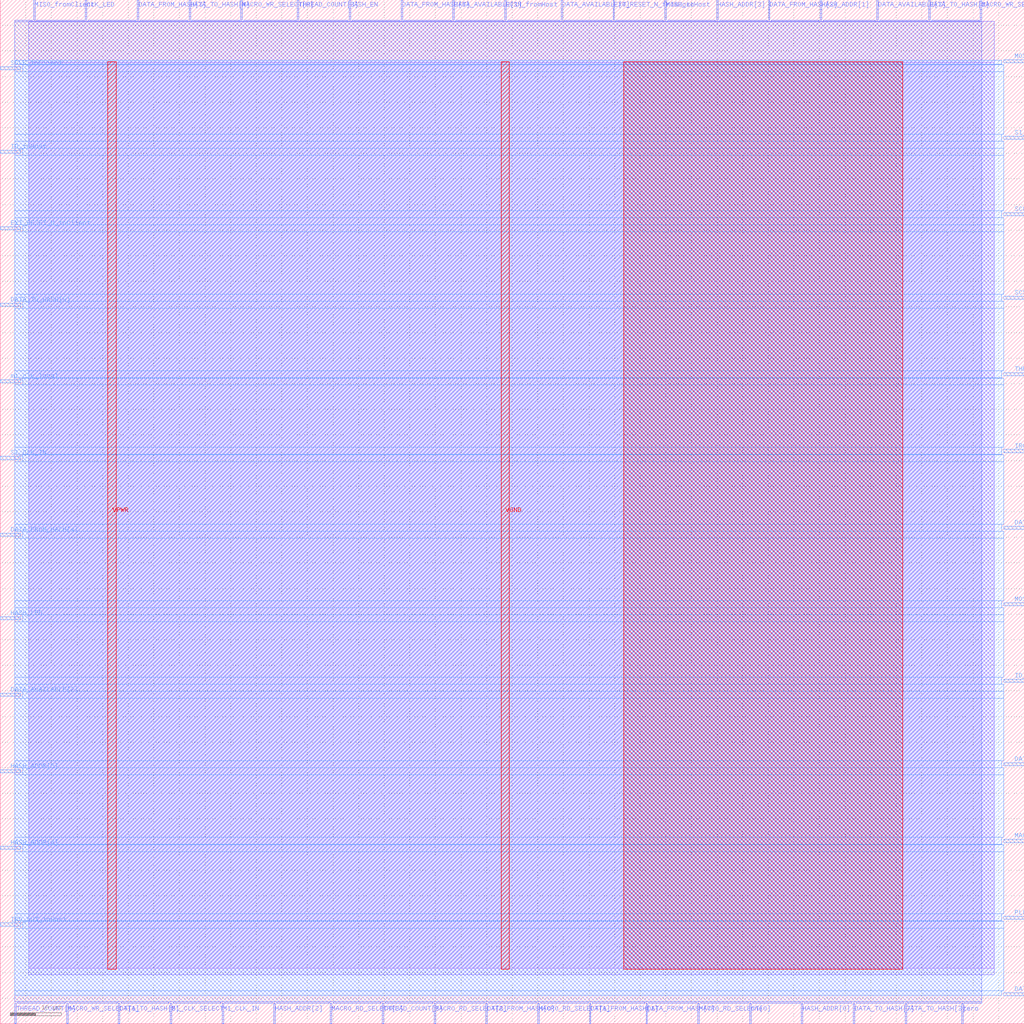
<source format=lef>
VERSION 5.7 ;
  NOWIREEXTENSIONATPIN ON ;
  DIVIDERCHAR "/" ;
  BUSBITCHARS "[]" ;
MACRO decred_controller
  CLASS BLOCK ;
  FOREIGN decred_controller ;
  ORIGIN 0.000 0.000 ;
  SIZE 200.000 BY 200.000 ;
  PIN CLK_LED
    DIRECTION OUTPUT TRISTATE ;
    PORT
      LAYER met2 ;
        RECT 16.650 196.000 16.930 200.000 ;
    END
  END CLK_LED
  PIN DATA_AVAILABLE[0]
    DIRECTION INPUT ;
    PORT
      LAYER met2 ;
        RECT 109.570 196.000 109.850 200.000 ;
    END
  END DATA_AVAILABLE[0]
  PIN DATA_AVAILABLE[1]
    DIRECTION INPUT ;
    PORT
      LAYER met2 ;
        RECT 88.410 196.000 88.690 200.000 ;
    END
  END DATA_AVAILABLE[1]
  PIN DATA_AVAILABLE[2]
    DIRECTION INPUT ;
    PORT
      LAYER met3 ;
        RECT 0.000 63.960 4.000 64.560 ;
    END
  END DATA_AVAILABLE[2]
  PIN DATA_AVAILABLE[3]
    DIRECTION INPUT ;
    PORT
      LAYER met2 ;
        RECT 171.210 196.000 171.490 200.000 ;
    END
  END DATA_AVAILABLE[3]
  PIN DATA_FROM_HASH[0]
    DIRECTION INPUT ;
    PORT
      LAYER met2 ;
        RECT 94.850 0.000 95.130 4.000 ;
    END
  END DATA_FROM_HASH[0]
  PIN DATA_FROM_HASH[1]
    DIRECTION INPUT ;
    PORT
      LAYER met2 ;
        RECT 115.090 0.000 115.370 4.000 ;
    END
  END DATA_FROM_HASH[1]
  PIN DATA_FROM_HASH[2]
    DIRECTION INPUT ;
    PORT
      LAYER met2 ;
        RECT 150.050 196.000 150.330 200.000 ;
    END
  END DATA_FROM_HASH[2]
  PIN DATA_FROM_HASH[3]
    DIRECTION INPUT ;
    PORT
      LAYER met2 ;
        RECT 26.770 196.000 27.050 200.000 ;
    END
  END DATA_FROM_HASH[3]
  PIN DATA_FROM_HASH[4]
    DIRECTION INPUT ;
    PORT
      LAYER met3 ;
        RECT 0.000 95.240 4.000 95.840 ;
    END
  END DATA_FROM_HASH[4]
  PIN DATA_FROM_HASH[5]
    DIRECTION INPUT ;
    PORT
      LAYER met3 ;
        RECT 196.000 50.360 200.000 50.960 ;
    END
  END DATA_FROM_HASH[5]
  PIN DATA_FROM_HASH[6]
    DIRECTION INPUT ;
    PORT
      LAYER met2 ;
        RECT 78.290 196.000 78.570 200.000 ;
    END
  END DATA_FROM_HASH[6]
  PIN DATA_FROM_HASH[7]
    DIRECTION INPUT ;
    PORT
      LAYER met2 ;
        RECT 126.130 0.000 126.410 4.000 ;
    END
  END DATA_FROM_HASH[7]
  PIN DATA_TO_HASH[0]
    DIRECTION OUTPUT TRISTATE ;
    PORT
      LAYER met3 ;
        RECT 0.000 140.120 4.000 140.720 ;
    END
  END DATA_TO_HASH[0]
  PIN DATA_TO_HASH[1]
    DIRECTION OUTPUT TRISTATE ;
    PORT
      LAYER met2 ;
        RECT 181.330 196.000 181.610 200.000 ;
    END
  END DATA_TO_HASH[1]
  PIN DATA_TO_HASH[2]
    DIRECTION OUTPUT TRISTATE ;
    PORT
      LAYER met2 ;
        RECT 23.090 0.000 23.370 4.000 ;
    END
  END DATA_TO_HASH[2]
  PIN DATA_TO_HASH[3]
    DIRECTION OUTPUT TRISTATE ;
    PORT
      LAYER met2 ;
        RECT 176.730 0.000 177.010 4.000 ;
    END
  END DATA_TO_HASH[3]
  PIN DATA_TO_HASH[4]
    DIRECTION OUTPUT TRISTATE ;
    PORT
      LAYER met2 ;
        RECT 36.890 196.000 37.170 200.000 ;
    END
  END DATA_TO_HASH[4]
  PIN DATA_TO_HASH[5]
    DIRECTION OUTPUT TRISTATE ;
    PORT
      LAYER met3 ;
        RECT 196.000 5.480 200.000 6.080 ;
    END
  END DATA_TO_HASH[5]
  PIN DATA_TO_HASH[6]
    DIRECTION OUTPUT TRISTATE ;
    PORT
      LAYER met3 ;
        RECT 196.000 96.600 200.000 97.200 ;
    END
  END DATA_TO_HASH[6]
  PIN DATA_TO_HASH[7]
    DIRECTION OUTPUT TRISTATE ;
    PORT
      LAYER met2 ;
        RECT 166.610 0.000 166.890 4.000 ;
    END
  END DATA_TO_HASH[7]
  PIN EXT_RESET_N_fromHost
    DIRECTION INPUT ;
    PORT
      LAYER met2 ;
        RECT 119.690 196.000 119.970 200.000 ;
    END
  END EXT_RESET_N_fromHost
  PIN EXT_RESET_N_toClient
    DIRECTION OUTPUT TRISTATE ;
    PORT
      LAYER met3 ;
        RECT 0.000 155.080 4.000 155.680 ;
    END
  END EXT_RESET_N_toClient
  PIN HASH_ADDR[0]
    DIRECTION OUTPUT TRISTATE ;
    PORT
      LAYER met2 ;
        RECT 156.490 0.000 156.770 4.000 ;
    END
  END HASH_ADDR[0]
  PIN HASH_ADDR[1]
    DIRECTION OUTPUT TRISTATE ;
    PORT
      LAYER met2 ;
        RECT 160.170 196.000 160.450 200.000 ;
    END
  END HASH_ADDR[1]
  PIN HASH_ADDR[2]
    DIRECTION OUTPUT TRISTATE ;
    PORT
      LAYER met2 ;
        RECT 53.450 0.000 53.730 4.000 ;
    END
  END HASH_ADDR[2]
  PIN HASH_ADDR[3]
    DIRECTION OUTPUT TRISTATE ;
    PORT
      LAYER met2 ;
        RECT 139.930 196.000 140.210 200.000 ;
    END
  END HASH_ADDR[3]
  PIN HASH_ADDR[4]
    DIRECTION OUTPUT TRISTATE ;
    PORT
      LAYER met3 ;
        RECT 0.000 34.040 4.000 34.640 ;
    END
  END HASH_ADDR[4]
  PIN HASH_ADDR[5]
    DIRECTION OUTPUT TRISTATE ;
    PORT
      LAYER met3 ;
        RECT 0.000 49.000 4.000 49.600 ;
    END
  END HASH_ADDR[5]
  PIN HASH_EN
    DIRECTION OUTPUT TRISTATE ;
    PORT
      LAYER met2 ;
        RECT 68.170 196.000 68.450 200.000 ;
    END
  END HASH_EN
  PIN HASH_LED
    DIRECTION OUTPUT TRISTATE ;
    PORT
      LAYER met3 ;
        RECT 0.000 78.920 4.000 79.520 ;
    END
  END HASH_LED
  PIN ID_fromClient
    DIRECTION INPUT ;
    PORT
      LAYER met3 ;
        RECT 196.000 66.680 200.000 67.280 ;
    END
  END ID_fromClient
  PIN ID_toHost
    DIRECTION OUTPUT TRISTATE ;
    PORT
      LAYER met3 ;
        RECT 0.000 170.040 4.000 170.640 ;
    END
  END ID_toHost
  PIN IRQ_OUT_fromClient
    DIRECTION INPUT ;
    PORT
      LAYER met3 ;
        RECT 196.000 111.560 200.000 112.160 ;
    END
  END IRQ_OUT_fromClient
  PIN IRQ_OUT_toHost
    DIRECTION OUTPUT TRISTATE ;
    PORT
      LAYER met3 ;
        RECT 0.000 19.080 4.000 19.680 ;
    END
  END IRQ_OUT_toHost
  PIN M1_CLK_IN
    DIRECTION INPUT ;
    PORT
      LAYER met2 ;
        RECT 43.330 0.000 43.610 4.000 ;
    END
  END M1_CLK_IN
  PIN M1_CLK_SELECT
    DIRECTION INPUT ;
    PORT
      LAYER met2 ;
        RECT 33.210 0.000 33.490 4.000 ;
    END
  END M1_CLK_SELECT
  PIN MACRO_RD_SELECT[0]
    DIRECTION OUTPUT TRISTATE ;
    PORT
      LAYER met2 ;
        RECT 136.250 0.000 136.530 4.000 ;
    END
  END MACRO_RD_SELECT[0]
  PIN MACRO_RD_SELECT[1]
    DIRECTION OUTPUT TRISTATE ;
    PORT
      LAYER met2 ;
        RECT 104.970 0.000 105.250 4.000 ;
    END
  END MACRO_RD_SELECT[1]
  PIN MACRO_RD_SELECT[2]
    DIRECTION OUTPUT TRISTATE ;
    PORT
      LAYER met2 ;
        RECT 84.730 0.000 85.010 4.000 ;
    END
  END MACRO_RD_SELECT[2]
  PIN MACRO_RD_SELECT[3]
    DIRECTION OUTPUT TRISTATE ;
    PORT
      LAYER met2 ;
        RECT 64.490 0.000 64.770 4.000 ;
    END
  END MACRO_RD_SELECT[3]
  PIN MACRO_WR_SELECT[0]
    DIRECTION OUTPUT TRISTATE ;
    PORT
      LAYER met2 ;
        RECT 47.010 196.000 47.290 200.000 ;
    END
  END MACRO_WR_SELECT[0]
  PIN MACRO_WR_SELECT[1]
    DIRECTION OUTPUT TRISTATE ;
    PORT
      LAYER met2 ;
        RECT 12.970 0.000 13.250 4.000 ;
    END
  END MACRO_WR_SELECT[1]
  PIN MACRO_WR_SELECT[2]
    DIRECTION OUTPUT TRISTATE ;
    PORT
      LAYER met2 ;
        RECT 191.450 196.000 191.730 200.000 ;
    END
  END MACRO_WR_SELECT[2]
  PIN MACRO_WR_SELECT[3]
    DIRECTION OUTPUT TRISTATE ;
    PORT
      LAYER met3 ;
        RECT 196.000 35.400 200.000 36.000 ;
    END
  END MACRO_WR_SELECT[3]
  PIN MISO_fromClient
    DIRECTION INPUT ;
    PORT
      LAYER met2 ;
        RECT 6.530 196.000 6.810 200.000 ;
    END
  END MISO_fromClient
  PIN MISO_toHost
    DIRECTION OUTPUT TRISTATE ;
    PORT
      LAYER met2 ;
        RECT 129.810 196.000 130.090 200.000 ;
    END
  END MISO_toHost
  PIN MOSI_fromHost
    DIRECTION INPUT ;
    PORT
      LAYER met3 ;
        RECT 196.000 187.720 200.000 188.320 ;
    END
  END MOSI_fromHost
  PIN MOSI_toClient
    DIRECTION OUTPUT TRISTATE ;
    PORT
      LAYER met3 ;
        RECT 196.000 81.640 200.000 82.240 ;
    END
  END MOSI_toClient
  PIN PLL_INPUT
    DIRECTION INPUT ;
    PORT
      LAYER met3 ;
        RECT 196.000 20.440 200.000 21.040 ;
    END
  END PLL_INPUT
  PIN S1_CLK_IN
    DIRECTION INPUT ;
    PORT
      LAYER met3 ;
        RECT 0.000 110.200 4.000 110.800 ;
    END
  END S1_CLK_IN
  PIN S1_CLK_SELECT
    DIRECTION INPUT ;
    PORT
      LAYER met3 ;
        RECT 196.000 172.760 200.000 173.360 ;
    END
  END S1_CLK_SELECT
  PIN SCLK_fromHost
    DIRECTION INPUT ;
    PORT
      LAYER met3 ;
        RECT 196.000 157.800 200.000 158.400 ;
    END
  END SCLK_fromHost
  PIN SCLK_toClient
    DIRECTION OUTPUT TRISTATE ;
    PORT
      LAYER met3 ;
        RECT 0.000 186.360 4.000 186.960 ;
    END
  END SCLK_toClient
  PIN SCSN_fromHost
    DIRECTION INPUT ;
    PORT
      LAYER met2 ;
        RECT 98.530 196.000 98.810 200.000 ;
    END
  END SCSN_fromHost
  PIN SCSN_toClient
    DIRECTION OUTPUT TRISTATE ;
    PORT
      LAYER met3 ;
        RECT 196.000 141.480 200.000 142.080 ;
    END
  END SCSN_toClient
  PIN THREAD_COUNT[0]
    DIRECTION INPUT ;
    PORT
      LAYER met2 ;
        RECT 2.850 0.000 3.130 4.000 ;
    END
  END THREAD_COUNT[0]
  PIN THREAD_COUNT[1]
    DIRECTION INPUT ;
    PORT
      LAYER met3 ;
        RECT 196.000 126.520 200.000 127.120 ;
    END
  END THREAD_COUNT[1]
  PIN THREAD_COUNT[2]
    DIRECTION INPUT ;
    PORT
      LAYER met2 ;
        RECT 74.610 0.000 74.890 4.000 ;
    END
  END THREAD_COUNT[2]
  PIN THREAD_COUNT[3]
    DIRECTION INPUT ;
    PORT
      LAYER met2 ;
        RECT 58.050 196.000 58.330 200.000 ;
    END
  END THREAD_COUNT[3]
  PIN m1_clk_local
    DIRECTION OUTPUT TRISTATE ;
    PORT
      LAYER met3 ;
        RECT 0.000 125.160 4.000 125.760 ;
    END
  END m1_clk_local
  PIN one
    DIRECTION OUTPUT TRISTATE ;
    PORT
      LAYER met2 ;
        RECT 146.370 0.000 146.650 4.000 ;
    END
  END one
  PIN zero
    DIRECTION OUTPUT TRISTATE ;
    PORT
      LAYER met2 ;
        RECT 187.770 0.000 188.050 4.000 ;
    END
  END zero
  PIN VPWR
    DIRECTION INPUT ;
    USE POWER ;
    PORT
      LAYER met4 ;
        RECT 21.040 10.640 22.640 187.920 ;
    END
  END VPWR
  PIN VGND
    DIRECTION INPUT ;
    USE GROUND ;
    PORT
      LAYER met4 ;
        RECT 97.840 10.640 99.440 187.920 ;
    END
  END VGND
  OBS
      LAYER li1 ;
        RECT 5.520 10.795 194.120 187.765 ;
      LAYER met1 ;
        RECT 5.520 9.560 194.120 195.800 ;
      LAYER met2 ;
        RECT 2.850 195.720 6.250 196.000 ;
        RECT 7.090 195.720 16.370 196.000 ;
        RECT 17.210 195.720 26.490 196.000 ;
        RECT 27.330 195.720 36.610 196.000 ;
        RECT 37.450 195.720 46.730 196.000 ;
        RECT 47.570 195.720 57.770 196.000 ;
        RECT 58.610 195.720 67.890 196.000 ;
        RECT 68.730 195.720 78.010 196.000 ;
        RECT 78.850 195.720 88.130 196.000 ;
        RECT 88.970 195.720 98.250 196.000 ;
        RECT 99.090 195.720 109.290 196.000 ;
        RECT 110.130 195.720 119.410 196.000 ;
        RECT 120.250 195.720 129.530 196.000 ;
        RECT 130.370 195.720 139.650 196.000 ;
        RECT 140.490 195.720 149.770 196.000 ;
        RECT 150.610 195.720 159.890 196.000 ;
        RECT 160.730 195.720 170.930 196.000 ;
        RECT 171.770 195.720 181.050 196.000 ;
        RECT 181.890 195.720 191.170 196.000 ;
        RECT 2.850 4.280 191.720 195.720 ;
        RECT 3.410 4.000 12.690 4.280 ;
        RECT 13.530 4.000 22.810 4.280 ;
        RECT 23.650 4.000 32.930 4.280 ;
        RECT 33.770 4.000 43.050 4.280 ;
        RECT 43.890 4.000 53.170 4.280 ;
        RECT 54.010 4.000 64.210 4.280 ;
        RECT 65.050 4.000 74.330 4.280 ;
        RECT 75.170 4.000 84.450 4.280 ;
        RECT 85.290 4.000 94.570 4.280 ;
        RECT 95.410 4.000 104.690 4.280 ;
        RECT 105.530 4.000 114.810 4.280 ;
        RECT 115.650 4.000 125.850 4.280 ;
        RECT 126.690 4.000 135.970 4.280 ;
        RECT 136.810 4.000 146.090 4.280 ;
        RECT 146.930 4.000 156.210 4.280 ;
        RECT 157.050 4.000 166.330 4.280 ;
        RECT 167.170 4.000 176.450 4.280 ;
        RECT 177.290 4.000 187.490 4.280 ;
        RECT 188.330 4.000 191.720 4.280 ;
      LAYER met3 ;
        RECT 2.825 187.360 195.600 188.185 ;
        RECT 4.400 187.320 195.600 187.360 ;
        RECT 4.400 185.960 196.000 187.320 ;
        RECT 2.825 173.760 196.000 185.960 ;
        RECT 2.825 172.360 195.600 173.760 ;
        RECT 2.825 171.040 196.000 172.360 ;
        RECT 4.400 169.640 196.000 171.040 ;
        RECT 2.825 158.800 196.000 169.640 ;
        RECT 2.825 157.400 195.600 158.800 ;
        RECT 2.825 156.080 196.000 157.400 ;
        RECT 4.400 154.680 196.000 156.080 ;
        RECT 2.825 142.480 196.000 154.680 ;
        RECT 2.825 141.120 195.600 142.480 ;
        RECT 4.400 141.080 195.600 141.120 ;
        RECT 4.400 139.720 196.000 141.080 ;
        RECT 2.825 127.520 196.000 139.720 ;
        RECT 2.825 126.160 195.600 127.520 ;
        RECT 4.400 126.120 195.600 126.160 ;
        RECT 4.400 124.760 196.000 126.120 ;
        RECT 2.825 112.560 196.000 124.760 ;
        RECT 2.825 111.200 195.600 112.560 ;
        RECT 4.400 111.160 195.600 111.200 ;
        RECT 4.400 109.800 196.000 111.160 ;
        RECT 2.825 97.600 196.000 109.800 ;
        RECT 2.825 96.240 195.600 97.600 ;
        RECT 4.400 96.200 195.600 96.240 ;
        RECT 4.400 94.840 196.000 96.200 ;
        RECT 2.825 82.640 196.000 94.840 ;
        RECT 2.825 81.240 195.600 82.640 ;
        RECT 2.825 79.920 196.000 81.240 ;
        RECT 4.400 78.520 196.000 79.920 ;
        RECT 2.825 67.680 196.000 78.520 ;
        RECT 2.825 66.280 195.600 67.680 ;
        RECT 2.825 64.960 196.000 66.280 ;
        RECT 4.400 63.560 196.000 64.960 ;
        RECT 2.825 51.360 196.000 63.560 ;
        RECT 2.825 50.000 195.600 51.360 ;
        RECT 4.400 49.960 195.600 50.000 ;
        RECT 4.400 48.600 196.000 49.960 ;
        RECT 2.825 36.400 196.000 48.600 ;
        RECT 2.825 35.040 195.600 36.400 ;
        RECT 4.400 35.000 195.600 35.040 ;
        RECT 4.400 33.640 196.000 35.000 ;
        RECT 2.825 21.440 196.000 33.640 ;
        RECT 2.825 20.080 195.600 21.440 ;
        RECT 4.400 20.040 195.600 20.080 ;
        RECT 4.400 18.680 196.000 20.040 ;
        RECT 2.825 6.480 196.000 18.680 ;
        RECT 2.825 5.615 195.600 6.480 ;
      LAYER met4 ;
        RECT 121.735 10.640 176.240 187.920 ;
  END
END decred_controller
END LIBRARY


</source>
